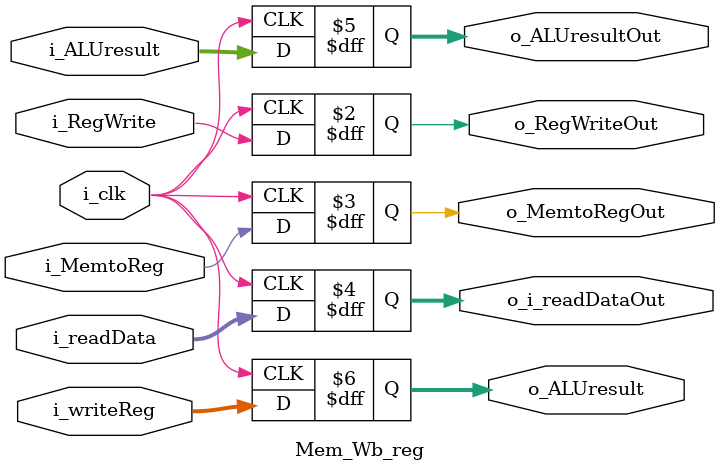
<source format=v>
module Mem_Wb_reg(i_clk,i_RegWrite, i_MemtoReg,i_ALUresult,
					i_readData,i_writeReg,o_RegWriteOut,o_MemtoRegOut,o_i_readDataOut,o_ALUresultOut,o_ALUresult);

input i_clk;
input i_RegWrite, i_MemtoReg;
input [4:0] i_writeReg;
input [31:0] i_ALUresult, i_readData;
output reg o_RegWriteOut, o_MemtoRegOut;
output reg [31:0] o_i_readDataOut,o_ALUresultOut;
output reg [4:0] o_ALUresult;

always@(posedge i_clk)
begin
	o_RegWriteOut<=i_RegWrite;
	o_MemtoRegOut<=i_MemtoReg;
	o_i_readDataOut<=i_readData;
	o_ALUresultOut<=i_ALUresult;
	o_ALUresult<=i_writeReg;
	
end


endmodule
</source>
